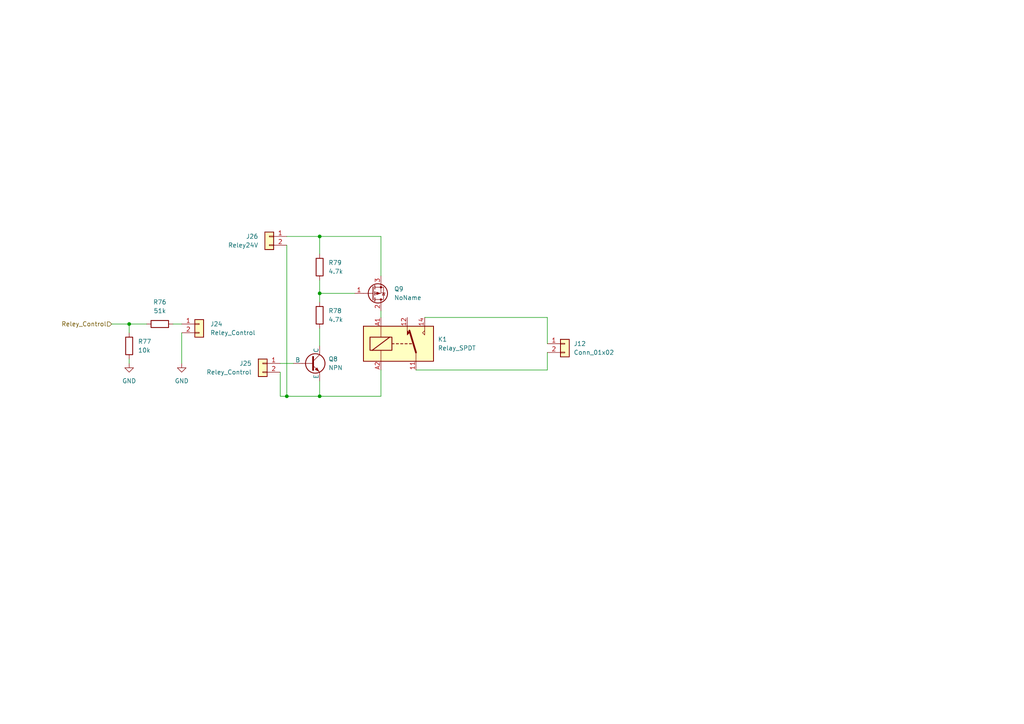
<source format=kicad_sch>
(kicad_sch (version 20231120) (generator "eeschema") (generator_version "8.0")
  (paper "A4")
  (title_block (title "Soldering Station") (date "2024-11-04") (company "BDS-SDCD"))
  (lib_symbols
    (symbol "Connector_Generic:Conn_01x02" (pin_names (offset 1.016) hide)
      (property "Reference" "J" (at 0 2.54 0))
      (property "Value" "Conn_01x02" (at 0 -5.08 0))
      (symbol "Conn_01x02_1_1"
        (rectangle (start -1.27 -2.413) (end 0 -2.667) (stroke (width 0.1524)))
        (rectangle (start -1.27 0.127) (end 0 -0.127) (stroke (width 0.1524)))
        (rectangle (start -1.27 1.27) (end 1.27 -3.81) (stroke (width 0.254)) (fill (type background)))
        (pin passive line (at -5.08 0 0) (length 3.81) (name "Pin_1") (number "1"))
        (pin passive line (at -5.08 -2.54 0) (length 3.81) (name "Pin_2") (number "2"))
      )
    )
    (symbol "Den_Castom_lib:STD10PF06" (pin_names hide)
      (property "Reference" "Q" (at 8.382 2.159 0))
      (property "Value" "STD10PF06" (at 9.271 -0.381 0))
      (symbol "STD10PF06_0_1"
        (circle (center -0.889 0) (radius 2.794) (stroke (width 0.254)))
        (circle (center 0 -1.778) (radius 0.254) (fill (type outline)))
        (polyline (pts (xy -2.286 -1.905) (xy -2.286 1.905)) (stroke (width 0.254)))
        (polyline (pts (xy -2.286 0) (xy -5.08 0)))
        (polyline (pts (xy -1.778 -2.286) (xy -1.778 -1.27)) (stroke (width 0.254)))
        (polyline (pts (xy -1.778 -0.508) (xy -1.778 0.508)) (stroke (width 0.254)))
        (polyline (pts (xy -1.778 1.27) (xy -1.778 2.286)) (stroke (width 0.254)))
        (polyline (pts (xy 0 -2.54) (xy 0 -1.778)))
        (polyline (pts (xy 0 2.54) (xy 0 0) (xy -1.778 0)))
        (polyline (pts (xy -1.778 1.778) (xy 0.762 1.778) (xy 0.762 -1.778) (xy -1.778 -1.778)))
        (circle (center 0 1.778) (radius 0.254) (fill (type outline)))
      )
      (symbol "STD10PF06_1_1"
        (polyline (pts (xy -0.254 0) (xy -1.27 -0.381) (xy -1.27 0.381) (xy -0.254 0)) (fill (type outline)))
        (polyline (pts (xy 0.254 0.254) (xy 0.381 0.127) (xy 1.143 0.127) (xy 1.27 0)))
        (polyline (pts (xy 0.762 0.127) (xy 0.381 -0.508) (xy 1.143 -0.508) (xy 0.762 0.127)))
        (pin passive line (at -7.62 0 0) (length 2.54) (name "G2") (number "1"))
        (pin passive line (at 0 -5.08 90) (length 2.54) (name "D1") (number "2"))
        (pin passive line (at 0 5.08 270) (length 2.54) (name "S1") (number "3"))
      )
    )
    (symbol "Device:R" (pin_numbers hide) (pin_names (offset 0))
      (property "Reference" "R" (at 2.032 0 90))
      (property "Value" "R" (at 0 0 90))
      (symbol "R_0_1"
        (rectangle (start -1.016 -2.54) (end 1.016 2.54) (stroke (width 0.254)))
      )
      (symbol "R_1_1"
        (pin passive line (at 0 3.81 270) (length 1.27) (name "~") (number "1"))
        (pin passive line (at 0 -3.81 90) (length 1.27) (name "~") (number "2"))
      )
    )
    (symbol "Relay:Relay_SPDT"
      (property "Reference" "K" (at 11.43 3.81 0))
      (property "Value" "Relay_SPDT" (at 11.43 1.27 0))
      (symbol "Relay_SPDT_0_0"
        (polyline (pts (xy 7.62 5.08) (xy 7.62 2.54) (xy 6.985 3.175) (xy 7.62 3.81)))
      )
      (symbol "Relay_SPDT_0_1"
        (rectangle (start -10.16 5.08) (end 10.16 -5.08) (stroke (width 0.254)) (fill (type background)))
        (rectangle (start -8.255 1.905) (end -1.905 -1.905) (stroke (width 0.254)))
        (polyline (pts (xy -7.62 -1.905) (xy -2.54 1.905)) (stroke (width 0.254)))
        (polyline (pts (xy -5.08 -5.08) (xy -5.08 -1.905)))
        (polyline (pts (xy -5.08 5.08) (xy -5.08 1.905)))
        (polyline (pts (xy -1.905 0) (xy -1.27 0)) (stroke (width 0.254)))
        (polyline (pts (xy -0.635 0) (xy 0 0)) (stroke (width 0.254)))
        (polyline (pts (xy 0.635 0) (xy 1.27 0)) (stroke (width 0.254)))
        (polyline (pts (xy 1.905 0) (xy 2.54 0)) (stroke (width 0.254)))
        (polyline (pts (xy 3.175 0) (xy 3.81 0)) (stroke (width 0.254)))
        (polyline (pts (xy 5.08 -2.54) (xy 3.175 3.81)) (stroke (width 0.508)))
        (polyline (pts (xy 5.08 -2.54) (xy 5.08 -5.08)))
        (polyline (pts (xy 2.54 5.08) (xy 2.54 2.54) (xy 3.175 3.175) (xy 2.54 3.81)) (fill (type outline)))
      )
      (symbol "Relay_SPDT_1_1"
        (pin passive line (at 5.08 -7.62 90) (length 2.54) (name "~") (number "11"))
        (pin passive line (at 2.54 7.62 270) (length 2.54) (name "~") (number "12"))
        (pin passive line (at 7.62 7.62 270) (length 2.54) (name "~") (number "14"))
        (pin passive line (at -5.08 7.62 270) (length 2.54) (name "~") (number "A1"))
        (pin passive line (at -5.08 -7.62 90) (length 2.54) (name "~") (number "A2"))
      )
    )
    (symbol "Simulation_SPICE:NPN" (pin_numbers hide) (pin_names (offset 0))
      (property "Reference" "Q" (at -2.54 7.62 0))
      (property "Value" "NPN" (at -2.54 5.08 0))
      (symbol "NPN_0_1"
        (polyline (pts (xy -2.54 0) (xy 0.635 0)) (stroke (width 0.1524)))
        (polyline (pts (xy 0.635 0.635) (xy 2.54 2.54)))
        (polyline (pts (xy 2.794 -1.27) (xy 2.794 -1.27)) (stroke (width 0.1524)))
        (polyline (pts (xy 2.794 -1.27) (xy 2.794 -1.27)) (stroke (width 0.1524)))
        (polyline (pts (xy 0.635 -0.635) (xy 2.54 -2.54) (xy 2.54 -2.54)))
        (polyline (pts (xy 0.635 1.905) (xy 0.635 -1.905) (xy 0.635 -1.905)) (stroke (width 0.508)))
        (polyline (pts (xy 1.27 -1.778) (xy 1.778 -1.27) (xy 2.286 -2.286) (xy 1.27 -1.778) (xy 1.27 -1.778)) (fill (type outline)))
        (circle (center 1.27 0) (radius 2.8194) (stroke (width 0.254)))
      )
      (symbol "NPN_1_1"
        (pin open_collector line (at 2.54 5.08 270) (length 2.54) (name "C") (number "1"))
        (pin input line (at -5.08 0 0) (length 2.54) (name "B") (number "2"))
        (pin open_emitter line (at 2.54 -5.08 90) (length 2.54) (name "E") (number "3"))
      )
    )
    (symbol "power:GND" (power) (pin_names (offset 0))
      (property "Value" "GND" (at 0 -3.81 0))
      (symbol "GND_0_1"
        (polyline (pts (xy 0 0) (xy 0 -1.27) (xy 1.27 -1.27) (xy 0 -2.54) (xy -1.27 -1.27) (xy 0 -1.27)))
      )
      (symbol "GND_1_1"
        (pin power_in line (at 0 0 270) (length 0) hide (name "GND") (number "1"))
      )
    )
  )
  (junction (at 92.71 114.935))
  (junction (at 37.465 93.98))
  (junction (at 92.71 85.09))
  (junction (at 92.71 68.58))
  (junction (at 83.185 114.935))
  (wire (pts (xy 32.385 93.98) (xy 37.465 93.98)))
  (wire (pts (xy 110.49 68.58) (xy 92.71 68.58)))
  (wire (pts (xy 37.465 93.98) (xy 42.545 93.98)))
  (wire (pts (xy 110.49 107.315) (xy 110.49 114.935)))
  (wire (pts (xy 102.87 85.09) (xy 92.71 85.09)))
  (wire (pts (xy 52.705 96.52) (xy 52.705 105.41)))
  (wire (pts (xy 81.28 105.41) (xy 85.09 105.41)))
  (wire (pts (xy 37.465 104.14) (xy 37.465 105.41)))
  (wire (pts (xy 123.19 92.075) (xy 158.75 92.075)))
  (wire (pts (xy 81.28 114.935) (xy 83.185 114.935)))
  (wire (pts (xy 110.49 90.17) (xy 110.49 92.075)))
  (wire (pts (xy 92.71 95.25) (xy 92.71 100.33)))
  (wire (pts (xy 81.28 107.95) (xy 81.28 114.935)))
  (wire (pts (xy 158.75 107.315) (xy 158.75 102.235)))
  (wire (pts (xy 92.71 85.09) (xy 92.71 87.63)))
  (wire (pts (xy 158.75 92.075) (xy 158.75 99.695)))
  (wire (pts (xy 83.185 68.58) (xy 92.71 68.58)))
  (wire (pts (xy 83.185 71.12) (xy 83.185 114.935)))
  (wire (pts (xy 92.71 114.935) (xy 110.49 114.935)))
  (wire (pts (xy 92.71 81.28) (xy 92.71 85.09)))
  (wire (pts (xy 92.71 110.49) (xy 92.71 114.935)))
  (wire (pts (xy 120.65 107.315) (xy 158.75 107.315)))
  (wire (pts (xy 110.49 80.01) (xy 110.49 68.58)))
  (wire (pts (xy 37.465 93.98) (xy 37.465 96.52)))
  (wire (pts (xy 83.185 114.935) (xy 92.71 114.935)))
  (wire (pts (xy 92.71 68.58) (xy 92.71 73.66)))
  (wire (pts (xy 50.165 93.98) (xy 52.705 93.98)))
  (hierarchical_label "Reley_Control" (shape input) (at 32.385 93.98 180))
  (symbol (lib_id "Simulation_SPICE:NPN") (at 90.17 105.41 0) (unit 1)
    (property "Reference" "Q8" (at 95.25 104.14 0) (effects (justify left)))
    (property "Value" "NPN" (at 95.25 106.68 0) (effects (justify left)))
    (property "Footprint" "Package_TO_SOT_SMD:TSOT-23" (effects (hide yes)))
    (property "Sim.Device" "NPN" (effects (hide yes)))
    (property "Sim.Type" "GUMMELPOON" (effects (hide yes)))
    (property "Sim.Pins" "1=C 2=B 3=E" (effects (hide yes)))
  )
  (symbol (lib_id "power:GND") (at 52.705 105.41 0) (unit 1)
    (property "Reference" "#PWR030" (effects (hide yes)))
    (property "Value" "GND" (at 52.705 110.49 0))
  )
  (symbol (lib_id "Device:R") (at 92.71 77.47 0) (unit 1)
    (property "Reference" "R79" (at 95.25 76.2 0) (effects (justify left)))
    (property "Value" "4.7k" (at 95.25 78.74 0) (effects (justify left)))
    (property "Footprint" "Resistor_SMD:R_1206_3216Metric_Pad1.30x1.75mm_HandSolder" (effects (hide yes)))
  )
  (symbol (lib_id "Device:R") (at 37.465 100.33 0) (unit 1)
    (property "Reference" "R77" (at 40.005 99.06 0) (effects (justify left)))
    (property "Value" "10k" (at 40.005 101.6 0) (effects (justify left)))
    (property "Footprint" "Resistor_SMD:R_1206_3216Metric_Pad1.30x1.75mm_HandSolder" (effects (hide yes)))
  )
  (symbol (lib_id "Den_Castom_lib:STD10PF06") (at 110.49 85.09 0) (unit 1)
    (property "Reference" "Q9" (at 114.3 83.82 0) (effects (justify left)))
    (property "Value" "NoName" (at 114.3 86.36 0) (effects (justify left)))
    (property "Footprint" "Package_TO_SOT_SMD:TO-252-2" (effects (hide yes)))
    (property "Datasheet" "https://pdf1.alldatasheet.com/datasheet-pdf/view/1225695/VBSEMI/D10PF06.html" (effects (hide yes)))
  )
  (symbol (lib_id "Device:R") (at 46.355 93.98 90) (unit 1)
    (property "Reference" "R76" (at 46.355 87.63 90))
    (property "Value" "51k" (at 46.355 90.17 90))
    (property "Footprint" "Resistor_SMD:R_1206_3216Metric_Pad1.30x1.75mm_HandSolder" (effects (hide yes)))
  )
  (symbol (lib_id "Connector_Generic:Conn_01x02") (at 78.105 68.58 0) (mirror y) (unit 1)
    (property "Reference" "J26" (at 74.93 68.58 0) (effects (justify left)))
    (property "Value" "Reley24V" (at 74.93 71.12 0) (effects (justify left)))
    (property "Footprint" "Connector_Phoenix_GMSTB:PhoenixContact_GMSTBVA_2,5_2-G_1x02_P7.50mm_Vertical" (effects (hide yes)))
  )
  (symbol (lib_id "power:GND") (at 37.465 105.41 0) (unit 1)
    (property "Reference" "#PWR061" (effects (hide yes)))
    (property "Value" "GND" (at 37.465 110.49 0))
  )
  (symbol (lib_id "Connector_Generic:Conn_01x02") (at 163.83 99.695 0) (unit 1)
    (property "Reference" "J12" (at 166.37 99.695 0) (effects (justify left)))
    (property "Value" "Conn_01x02" (at 166.37 102.235 0) (effects (justify left)))
    (property "Footprint" "Connector_Phoenix_GMSTB:PhoenixContact_GMSTBVA_2,5_2-G_1x02_P7.50mm_Vertical" (effects (hide yes)))
  )
  (symbol (lib_id "Connector_Generic:Conn_01x02") (at 57.785 93.98 0) (unit 1)
    (property "Reference" "J24" (at 60.96 93.98 0) (effects (justify left)))
    (property "Value" "Reley_Control" (at 60.96 96.52 0) (effects (justify left)))
    (property "Footprint" "Connector_PinHeader_2.54mm:PinHeader_1x02_P2.54mm_Vertical" (effects (hide yes)))
  )
  (symbol (lib_id "Device:R") (at 92.71 91.44 0) (unit 1)
    (property "Reference" "R78" (at 95.25 90.17 0) (effects (justify left)))
    (property "Value" "4.7k" (at 95.25 92.71 0) (effects (justify left)))
    (property "Footprint" "Resistor_SMD:R_1206_3216Metric_Pad1.30x1.75mm_HandSolder" (effects (hide yes)))
  )
  (symbol (lib_id "Connector_Generic:Conn_01x02") (at 76.2 105.41 0) (mirror y) (unit 1)
    (property "Reference" "J25" (at 73.025 105.41 0) (effects (justify left)))
    (property "Value" "Reley_Control" (at 73.025 107.95 0) (effects (justify left)))
    (property "Footprint" "Connector_PinHeader_2.54mm:PinHeader_1x02_P2.54mm_Vertical" (effects (hide yes)))
  )
  (symbol (lib_id "Relay:Relay_SPDT") (at 115.57 99.695 0) (unit 1)
    (property "Reference" "K1" (at 127 98.425 0) (effects (justify left)))
    (property "Value" "Relay_SPDT" (at 127 100.965 0) (effects (justify left)))
    (property "Footprint" "Relay_THT:Relay_SPDT_Finder_36.11" (effects (hide yes)))
  )
)
</source>
